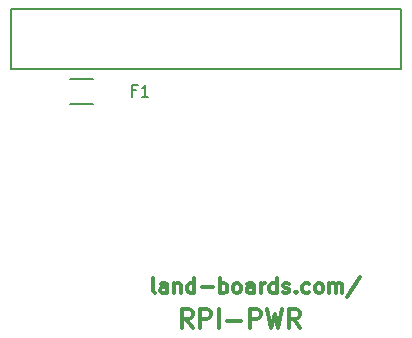
<source format=gbr>
G04 #@! TF.FileFunction,Legend,Top*
%FSLAX46Y46*%
G04 Gerber Fmt 4.6, Leading zero omitted, Abs format (unit mm)*
G04 Created by KiCad (PCBNEW 4.0.1-stable) date 6/18/2016 3:55:33 PM*
%MOMM*%
G01*
G04 APERTURE LIST*
%ADD10C,0.150000*%
%ADD11C,0.300000*%
%ADD12C,0.203200*%
G04 APERTURE END LIST*
D10*
D11*
X12839095Y-24704524D02*
X12718142Y-24644048D01*
X12657666Y-24523095D01*
X12657666Y-23434524D01*
X13867190Y-24704524D02*
X13867190Y-24039286D01*
X13806713Y-23918333D01*
X13685761Y-23857857D01*
X13443856Y-23857857D01*
X13322904Y-23918333D01*
X13867190Y-24644048D02*
X13746237Y-24704524D01*
X13443856Y-24704524D01*
X13322904Y-24644048D01*
X13262428Y-24523095D01*
X13262428Y-24402143D01*
X13322904Y-24281190D01*
X13443856Y-24220714D01*
X13746237Y-24220714D01*
X13867190Y-24160238D01*
X14471952Y-23857857D02*
X14471952Y-24704524D01*
X14471952Y-23978810D02*
X14532428Y-23918333D01*
X14653381Y-23857857D01*
X14834809Y-23857857D01*
X14955761Y-23918333D01*
X15016238Y-24039286D01*
X15016238Y-24704524D01*
X16165286Y-24704524D02*
X16165286Y-23434524D01*
X16165286Y-24644048D02*
X16044333Y-24704524D01*
X15802429Y-24704524D01*
X15681476Y-24644048D01*
X15621000Y-24583571D01*
X15560524Y-24462619D01*
X15560524Y-24099762D01*
X15621000Y-23978810D01*
X15681476Y-23918333D01*
X15802429Y-23857857D01*
X16044333Y-23857857D01*
X16165286Y-23918333D01*
X16770048Y-24220714D02*
X17737667Y-24220714D01*
X18342429Y-24704524D02*
X18342429Y-23434524D01*
X18342429Y-23918333D02*
X18463381Y-23857857D01*
X18705286Y-23857857D01*
X18826238Y-23918333D01*
X18886715Y-23978810D01*
X18947191Y-24099762D01*
X18947191Y-24462619D01*
X18886715Y-24583571D01*
X18826238Y-24644048D01*
X18705286Y-24704524D01*
X18463381Y-24704524D01*
X18342429Y-24644048D01*
X19672906Y-24704524D02*
X19551953Y-24644048D01*
X19491477Y-24583571D01*
X19431001Y-24462619D01*
X19431001Y-24099762D01*
X19491477Y-23978810D01*
X19551953Y-23918333D01*
X19672906Y-23857857D01*
X19854334Y-23857857D01*
X19975286Y-23918333D01*
X20035763Y-23978810D01*
X20096239Y-24099762D01*
X20096239Y-24462619D01*
X20035763Y-24583571D01*
X19975286Y-24644048D01*
X19854334Y-24704524D01*
X19672906Y-24704524D01*
X21184811Y-24704524D02*
X21184811Y-24039286D01*
X21124334Y-23918333D01*
X21003382Y-23857857D01*
X20761477Y-23857857D01*
X20640525Y-23918333D01*
X21184811Y-24644048D02*
X21063858Y-24704524D01*
X20761477Y-24704524D01*
X20640525Y-24644048D01*
X20580049Y-24523095D01*
X20580049Y-24402143D01*
X20640525Y-24281190D01*
X20761477Y-24220714D01*
X21063858Y-24220714D01*
X21184811Y-24160238D01*
X21789573Y-24704524D02*
X21789573Y-23857857D01*
X21789573Y-24099762D02*
X21850049Y-23978810D01*
X21910525Y-23918333D01*
X22031478Y-23857857D01*
X22152430Y-23857857D01*
X23120049Y-24704524D02*
X23120049Y-23434524D01*
X23120049Y-24644048D02*
X22999096Y-24704524D01*
X22757192Y-24704524D01*
X22636239Y-24644048D01*
X22575763Y-24583571D01*
X22515287Y-24462619D01*
X22515287Y-24099762D01*
X22575763Y-23978810D01*
X22636239Y-23918333D01*
X22757192Y-23857857D01*
X22999096Y-23857857D01*
X23120049Y-23918333D01*
X23664335Y-24644048D02*
X23785287Y-24704524D01*
X24027192Y-24704524D01*
X24148144Y-24644048D01*
X24208620Y-24523095D01*
X24208620Y-24462619D01*
X24148144Y-24341667D01*
X24027192Y-24281190D01*
X23845763Y-24281190D01*
X23724811Y-24220714D01*
X23664335Y-24099762D01*
X23664335Y-24039286D01*
X23724811Y-23918333D01*
X23845763Y-23857857D01*
X24027192Y-23857857D01*
X24148144Y-23918333D01*
X24752906Y-24583571D02*
X24813382Y-24644048D01*
X24752906Y-24704524D01*
X24692430Y-24644048D01*
X24752906Y-24583571D01*
X24752906Y-24704524D01*
X25901954Y-24644048D02*
X25781001Y-24704524D01*
X25539097Y-24704524D01*
X25418144Y-24644048D01*
X25357668Y-24583571D01*
X25297192Y-24462619D01*
X25297192Y-24099762D01*
X25357668Y-23978810D01*
X25418144Y-23918333D01*
X25539097Y-23857857D01*
X25781001Y-23857857D01*
X25901954Y-23918333D01*
X26627668Y-24704524D02*
X26506715Y-24644048D01*
X26446239Y-24583571D01*
X26385763Y-24462619D01*
X26385763Y-24099762D01*
X26446239Y-23978810D01*
X26506715Y-23918333D01*
X26627668Y-23857857D01*
X26809096Y-23857857D01*
X26930048Y-23918333D01*
X26990525Y-23978810D01*
X27051001Y-24099762D01*
X27051001Y-24462619D01*
X26990525Y-24583571D01*
X26930048Y-24644048D01*
X26809096Y-24704524D01*
X26627668Y-24704524D01*
X27595287Y-24704524D02*
X27595287Y-23857857D01*
X27595287Y-23978810D02*
X27655763Y-23918333D01*
X27776716Y-23857857D01*
X27958144Y-23857857D01*
X28079096Y-23918333D01*
X28139573Y-24039286D01*
X28139573Y-24704524D01*
X28139573Y-24039286D02*
X28200049Y-23918333D01*
X28321001Y-23857857D01*
X28502430Y-23857857D01*
X28623382Y-23918333D01*
X28683858Y-24039286D01*
X28683858Y-24704524D01*
X30195763Y-23374048D02*
X29107191Y-25006905D01*
X16006476Y-27670881D02*
X15489809Y-26884690D01*
X15120762Y-27670881D02*
X15120762Y-26019881D01*
X15711238Y-26019881D01*
X15858857Y-26098500D01*
X15932666Y-26177119D01*
X16006476Y-26334357D01*
X16006476Y-26570214D01*
X15932666Y-26727452D01*
X15858857Y-26806071D01*
X15711238Y-26884690D01*
X15120762Y-26884690D01*
X16670762Y-27670881D02*
X16670762Y-26019881D01*
X17261238Y-26019881D01*
X17408857Y-26098500D01*
X17482666Y-26177119D01*
X17556476Y-26334357D01*
X17556476Y-26570214D01*
X17482666Y-26727452D01*
X17408857Y-26806071D01*
X17261238Y-26884690D01*
X16670762Y-26884690D01*
X18220762Y-27670881D02*
X18220762Y-26019881D01*
X18958857Y-27041929D02*
X20139809Y-27041929D01*
X20877905Y-27670881D02*
X20877905Y-26019881D01*
X21468381Y-26019881D01*
X21616000Y-26098500D01*
X21689809Y-26177119D01*
X21763619Y-26334357D01*
X21763619Y-26570214D01*
X21689809Y-26727452D01*
X21616000Y-26806071D01*
X21468381Y-26884690D01*
X20877905Y-26884690D01*
X22280286Y-26019881D02*
X22649333Y-27670881D01*
X22944571Y-26491595D01*
X23239809Y-27670881D01*
X23608857Y-26019881D01*
X25085048Y-27670881D02*
X24568381Y-26884690D01*
X24199334Y-27670881D02*
X24199334Y-26019881D01*
X24789810Y-26019881D01*
X24937429Y-26098500D01*
X25011238Y-26177119D01*
X25085048Y-26334357D01*
X25085048Y-26570214D01*
X25011238Y-26727452D01*
X24937429Y-26806071D01*
X24789810Y-26884690D01*
X24199334Y-26884690D01*
D12*
X635000Y-5715000D02*
X33655000Y-5715000D01*
X33655000Y-635000D02*
X635000Y-635000D01*
X635000Y-635000D02*
X635000Y-5715000D01*
X33655000Y-5715000D02*
X33655000Y-635000D01*
D10*
X7604000Y-8695000D02*
X5604000Y-8695000D01*
X5604000Y-6545000D02*
X7604000Y-6545000D01*
X11223667Y-7548571D02*
X10890333Y-7548571D01*
X10890333Y-8072381D02*
X10890333Y-7072381D01*
X11366524Y-7072381D01*
X12271286Y-8072381D02*
X11699857Y-8072381D01*
X11985571Y-8072381D02*
X11985571Y-7072381D01*
X11890333Y-7215238D01*
X11795095Y-7310476D01*
X11699857Y-7358095D01*
M02*

</source>
